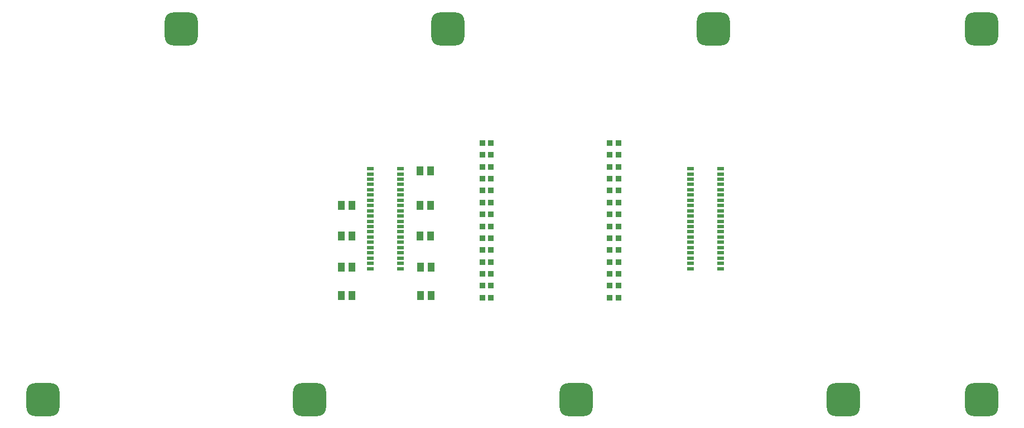
<source format=gbr>
%TF.GenerationSoftware,Altium Limited,Altium Designer,19.1.8 (144)*%
G04 Layer_Color=8421504*
%FSLAX26Y26*%
%MOIN*%
%TF.FileFunction,Paste,Top*%
%TF.Part,Single*%
G01*
G75*
%TA.AperFunction,SMDPad,CuDef*%
G04:AMPARAMS|DCode=10|XSize=196.85mil|YSize=196.85mil|CornerRadius=49.213mil|HoleSize=0mil|Usage=FLASHONLY|Rotation=0.000|XOffset=0mil|YOffset=0mil|HoleType=Round|Shape=RoundedRectangle|*
%AMROUNDEDRECTD10*
21,1,0.196850,0.098425,0,0,0.0*
21,1,0.098425,0.196850,0,0,0.0*
1,1,0.098425,0.049213,-0.049213*
1,1,0.098425,-0.049213,-0.049213*
1,1,0.098425,-0.049213,0.049213*
1,1,0.098425,0.049213,0.049213*
%
%ADD10ROUNDEDRECTD10*%
%ADD11R,0.039370X0.057087*%
%ADD12R,0.033465X0.037402*%
%ADD13R,0.043307X0.019685*%
D10*
X1125788Y2417204D02*
D03*
X5909252Y196732D02*
D03*
X5082480D02*
D03*
X3487992D02*
D03*
X1893504D02*
D03*
X299016D02*
D03*
X5909252Y2417204D02*
D03*
X2720276D02*
D03*
X4305000D02*
D03*
D11*
X2617480Y1565000D02*
D03*
X2552519D02*
D03*
X2147479Y1360001D02*
D03*
X2082519D02*
D03*
X2552520Y1175000D02*
D03*
X2617480D02*
D03*
X2555000Y990000D02*
D03*
X2619960D02*
D03*
X2555040Y820000D02*
D03*
X2620000D02*
D03*
X2082519D02*
D03*
X2147481D02*
D03*
X2082519Y990000D02*
D03*
X2147481D02*
D03*
X2082519Y1175000D02*
D03*
X2147479D02*
D03*
X2617480Y1360001D02*
D03*
X2552520D02*
D03*
D12*
X2977364Y1233889D02*
D03*
X2926182D02*
D03*
X2977362Y1376485D02*
D03*
X2926182D02*
D03*
X2977362Y806102D02*
D03*
X2926182D02*
D03*
X2977362Y1519081D02*
D03*
X2926182D02*
D03*
X2977362Y1162591D02*
D03*
X2926180D02*
D03*
X2977362Y1661676D02*
D03*
X2926182D02*
D03*
X2977362Y948701D02*
D03*
X2926182D02*
D03*
X2977364Y877402D02*
D03*
X2926182D02*
D03*
X2977362Y1305187D02*
D03*
X2926180D02*
D03*
X2977362Y1590378D02*
D03*
X2926180D02*
D03*
X2977364Y1447783D02*
D03*
X2926182D02*
D03*
X2977362Y1732974D02*
D03*
X2926182D02*
D03*
X2977364Y1091294D02*
D03*
X2926182D02*
D03*
X2977362Y1019996D02*
D03*
X2926182D02*
D03*
X3687993Y1732974D02*
D03*
X3739175D02*
D03*
X3687993Y1590378D02*
D03*
X3739175D02*
D03*
X3687993Y877402D02*
D03*
X3739173D02*
D03*
X3687991Y948701D02*
D03*
X3739173D02*
D03*
X3687993Y1519081D02*
D03*
X3739173D02*
D03*
X3687993Y806102D02*
D03*
X3739173D02*
D03*
X3687993Y1305187D02*
D03*
X3739173D02*
D03*
X3687993Y1019996D02*
D03*
X3739175D02*
D03*
X3687993Y1447783D02*
D03*
X3739175D02*
D03*
X3687993Y1233889D02*
D03*
X3739175D02*
D03*
X3687993Y1091294D02*
D03*
X3739175D02*
D03*
X3687993Y1376485D02*
D03*
X3739173D02*
D03*
X3687993Y1162591D02*
D03*
X3739173D02*
D03*
X3687991Y1661676D02*
D03*
X3739173D02*
D03*
D13*
X2257848Y1578740D02*
D03*
X2435854D02*
D03*
X2257848Y1547244D02*
D03*
X2435854D02*
D03*
X2257848Y1515748D02*
D03*
X2435854D02*
D03*
X2257848Y1484252D02*
D03*
X2435854D02*
D03*
X2257848Y1452756D02*
D03*
X2435854D02*
D03*
X2257848Y1421260D02*
D03*
X2435854D02*
D03*
X2257848Y1389764D02*
D03*
X2435854D02*
D03*
X2257848Y1358268D02*
D03*
X2435854D02*
D03*
X2257848Y1326772D02*
D03*
X2435854D02*
D03*
X2257848Y1295276D02*
D03*
X2435854D02*
D03*
X2257848Y1263780D02*
D03*
X2435854D02*
D03*
X2257848Y1232284D02*
D03*
X2435854D02*
D03*
X2257848Y1200788D02*
D03*
X2435854D02*
D03*
X2257848Y1169292D02*
D03*
X2435854D02*
D03*
X2257848Y1137796D02*
D03*
X2435854D02*
D03*
X2257848Y1106300D02*
D03*
X2435854D02*
D03*
X2257848Y1074804D02*
D03*
X2435854D02*
D03*
X2257848Y1043308D02*
D03*
X2435854D02*
D03*
X2257848Y1011812D02*
D03*
X2435854D02*
D03*
X2257848Y980314D02*
D03*
X2435854D02*
D03*
X4171234Y1578740D02*
D03*
X4349240D02*
D03*
X4171234Y1547244D02*
D03*
X4349240D02*
D03*
X4171234Y1515748D02*
D03*
X4349240D02*
D03*
X4171234Y1484252D02*
D03*
X4349240D02*
D03*
X4171234Y1452756D02*
D03*
X4349240D02*
D03*
X4171234Y1421260D02*
D03*
X4349240D02*
D03*
X4171234Y1389764D02*
D03*
X4349240D02*
D03*
X4171234Y1358268D02*
D03*
X4349240D02*
D03*
X4171234Y1326772D02*
D03*
X4349240D02*
D03*
X4171234Y1295276D02*
D03*
X4349240D02*
D03*
X4171234Y1263780D02*
D03*
X4349240D02*
D03*
X4171234Y1232284D02*
D03*
X4349240D02*
D03*
X4171234Y1200788D02*
D03*
X4349240D02*
D03*
X4171234Y1169292D02*
D03*
X4349240D02*
D03*
X4171234Y1137796D02*
D03*
X4349240D02*
D03*
X4171234Y1106300D02*
D03*
X4349240D02*
D03*
X4171234Y1074804D02*
D03*
X4349240D02*
D03*
X4171234Y1043308D02*
D03*
X4349240D02*
D03*
X4171234Y1011812D02*
D03*
X4349240D02*
D03*
X4171234Y980314D02*
D03*
X4349240D02*
D03*
%TF.MD5,aa648d43e57489b9bb84b3b1f3744dd6*%
M02*

</source>
